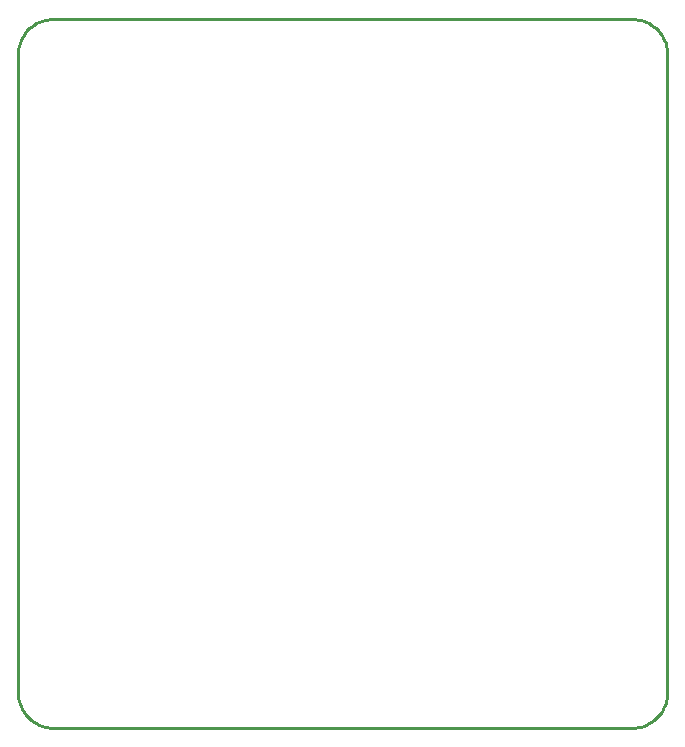
<source format=gm1>
G04*
G04 #@! TF.GenerationSoftware,Altium Limited,Altium Designer,22.11.1 (43)*
G04*
G04 Layer_Color=16711935*
%FSLAX25Y25*%
%MOIN*%
G70*
G04*
G04 #@! TF.SameCoordinates,AF9D1AC7-D161-4756-986D-43FDA94486ED*
G04*
G04*
G04 #@! TF.FilePolarity,Positive*
G04*
G01*
G75*
%ADD10C,0.01000*%
D10*
X202756Y1575D02*
X202716Y2550D01*
X202595Y3519D01*
X202395Y4474D01*
X202116Y5410D01*
X201761Y6319D01*
X201332Y7196D01*
X200833Y8035D01*
X200265Y8829D01*
X199635Y9574D01*
X198944Y10264D01*
X198199Y10895D01*
X197405Y11463D01*
X196566Y11962D01*
X195689Y12391D01*
X194780Y12746D01*
X193844Y13024D01*
X192889Y13225D01*
X191920Y13345D01*
X190945Y13386D01*
Y-222835D02*
X191920Y-222794D01*
X192889Y-222674D01*
X193844Y-222473D01*
X194780Y-222195D01*
X195689Y-221840D01*
X196566Y-221411D01*
X197405Y-220911D01*
X198199Y-220344D01*
X198944Y-219713D01*
X199635Y-219023D01*
X200266Y-218278D01*
X200833Y-217484D01*
X201332Y-216645D01*
X201761Y-215768D01*
X202116Y-214859D01*
X202395Y-213923D01*
X202595Y-212968D01*
X202716Y-211999D01*
X202756Y-211024D01*
X-1969Y13386D02*
X-2944Y13345D01*
X-3912Y13225D01*
X-4868Y13024D01*
X-5804Y12746D01*
X-6713Y12391D01*
X-7590Y11962D01*
X-8428Y11463D01*
X-9223Y10895D01*
X-9968Y10264D01*
X-10658Y9574D01*
X-11289Y8829D01*
X-11856Y8035D01*
X-12356Y7196D01*
X-12785Y6319D01*
X-13140Y5410D01*
X-13418Y4474D01*
X-13618Y3519D01*
X-13739Y2550D01*
X-13780Y1575D01*
Y-211024D02*
X-13739Y-211999D01*
X-13618Y-212968D01*
X-13418Y-213923D01*
X-13140Y-214859D01*
X-12785Y-215768D01*
X-12356Y-216645D01*
X-11856Y-217484D01*
X-11289Y-218278D01*
X-10658Y-219023D01*
X-9968Y-219713D01*
X-9223Y-220344D01*
X-8428Y-220911D01*
X-7590Y-221411D01*
X-6713Y-221840D01*
X-5804Y-222195D01*
X-4868Y-222473D01*
X-3912Y-222674D01*
X-2944Y-222794D01*
X-1969Y-222835D01*
X190945D01*
X-1969Y13386D02*
X190945D01*
X202756Y-211024D02*
Y1575D01*
X-13780Y-211024D02*
Y1575D01*
M02*

</source>
